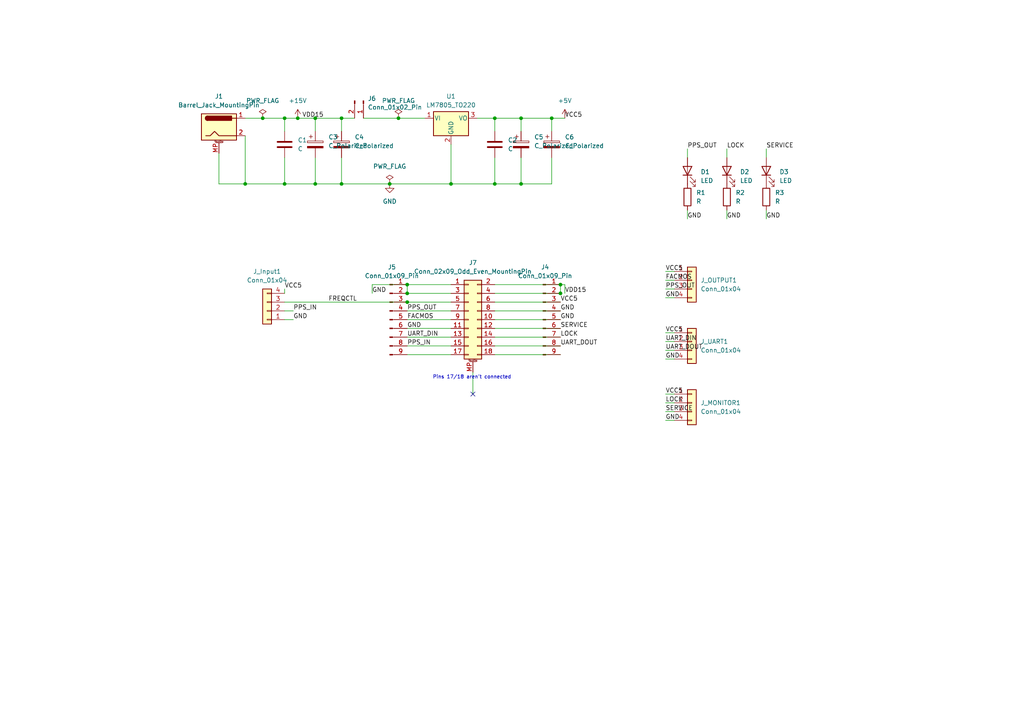
<source format=kicad_sch>
(kicad_sch (version 20231120) (generator "eeschema") (generator_version "8.0")
  (paper "A4")
  (title_block (title "SA22C Rubidium Standard power board") (date "2024-04-04") (rev "1.0") (company "AlanFromJapan - electrogeek.cc"))
  (lib_symbols
    (symbol "Connector:Barrel_Jack_MountingPin" (pin_names hide)
      (property "Reference" "J" (at 0 5.334 0))
      (property "Value" "Barrel_Jack_MountingPin" (at 1.27 -6.35 0))
      (symbol "Barrel_Jack_MountingPin_0_1"
        (rectangle (start -5.08 3.81) (end 5.08 -3.81) (stroke (width 0.254)) (fill (type background)))
        (arc (start -3.302 3.175) (mid -3.9343 2.54) (end -3.302 1.905) (stroke (width 0.254)))
        (arc (start -3.302 3.175) (mid -3.9343 2.54) (end -3.302 1.905) (stroke (width 0.254)) (fill (type outline)))
        (polyline (pts (xy 5.08 2.54) (xy 3.81 2.54)) (stroke (width 0.254)))
        (polyline (pts (xy -3.81 -2.54) (xy -2.54 -2.54) (xy -1.27 -1.27) (xy 0 -2.54) (xy 2.54 -2.54) (xy 5.08 -2.54)) (stroke (width 0.254)))
        (rectangle (start 3.683 3.175) (end -3.302 1.905) (stroke (width 0.254)) (fill (type outline)))
      )
      (symbol "Barrel_Jack_MountingPin_1_1"
        (polyline (pts (xy -1.016 -4.572) (xy 1.016 -4.572)) (stroke (width 0.1524)))
        (text "Mounting" (at 0 -4.191 0) (effects (font (size 0.381 0.381))))
        (pin passive line (at 7.62 2.54 180) (length 2.54) (name "~") (number "1"))
        (pin passive line (at 7.62 -2.54 180) (length 2.54) (name "~") (number "2"))
        (pin passive line (at 0 -7.62 90) (length 3.048) (name "MountPin") (number "MP"))
      )
    )
    (symbol "Connector:Conn_01x02_Pin" (pin_names (offset 1.016) hide)
      (property "Reference" "J" (at 0 2.54 0))
      (property "Value" "Conn_01x02_Pin" (at 0 -5.08 0))
      (symbol "Conn_01x02_Pin_1_1"
        (polyline (pts (xy 1.27 -2.54) (xy 0.8636 -2.54)) (stroke (width 0.1524)))
        (polyline (pts (xy 1.27 0) (xy 0.8636 0)) (stroke (width 0.1524)))
        (rectangle (start 0.8636 -2.413) (end 0 -2.667) (stroke (width 0.1524)) (fill (type outline)))
        (rectangle (start 0.8636 0.127) (end 0 -0.127) (stroke (width 0.1524)) (fill (type outline)))
        (pin passive line (at 5.08 0 180) (length 3.81) (name "Pin_1") (number "1"))
        (pin passive line (at 5.08 -2.54 180) (length 3.81) (name "Pin_2") (number "2"))
      )
    )
    (symbol "Connector:Conn_01x09_Pin" (pin_names (offset 1.016) hide)
      (property "Reference" "J" (at 0 12.7 0))
      (property "Value" "Conn_01x09_Pin" (at 0 -12.7 0))
      (symbol "Conn_01x09_Pin_1_1"
        (polyline (pts (xy 1.27 -10.16) (xy 0.8636 -10.16)) (stroke (width 0.1524)))
        (polyline (pts (xy 1.27 -7.62) (xy 0.8636 -7.62)) (stroke (width 0.1524)))
        (polyline (pts (xy 1.27 -5.08) (xy 0.8636 -5.08)) (stroke (width 0.1524)))
        (polyline (pts (xy 1.27 -2.54) (xy 0.8636 -2.54)) (stroke (width 0.1524)))
        (polyline (pts (xy 1.27 0) (xy 0.8636 0)) (stroke (width 0.1524)))
        (polyline (pts (xy 1.27 2.54) (xy 0.8636 2.54)) (stroke (width 0.1524)))
        (polyline (pts (xy 1.27 5.08) (xy 0.8636 5.08)) (stroke (width 0.1524)))
        (polyline (pts (xy 1.27 7.62) (xy 0.8636 7.62)) (stroke (width 0.1524)))
        (polyline (pts (xy 1.27 10.16) (xy 0.8636 10.16)) (stroke (width 0.1524)))
        (rectangle (start 0.8636 -10.033) (end 0 -10.287) (stroke (width 0.1524)) (fill (type outline)))
        (rectangle (start 0.8636 -7.493) (end 0 -7.747) (stroke (width 0.1524)) (fill (type outline)))
        (rectangle (start 0.8636 -4.953) (end 0 -5.207) (stroke (width 0.1524)) (fill (type outline)))
        (rectangle (start 0.8636 -2.413) (end 0 -2.667) (stroke (width 0.1524)) (fill (type outline)))
        (rectangle (start 0.8636 0.127) (end 0 -0.127) (stroke (width 0.1524)) (fill (type outline)))
        (rectangle (start 0.8636 2.667) (end 0 2.413) (stroke (width 0.1524)) (fill (type outline)))
        (rectangle (start 0.8636 5.207) (end 0 4.953) (stroke (width 0.1524)) (fill (type outline)))
        (rectangle (start 0.8636 7.747) (end 0 7.493) (stroke (width 0.1524)) (fill (type outline)))
        (rectangle (start 0.8636 10.287) (end 0 10.033) (stroke (width 0.1524)) (fill (type outline)))
        (pin passive line (at 5.08 10.16 180) (length 3.81) (name "Pin_1") (number "1"))
        (pin passive line (at 5.08 7.62 180) (length 3.81) (name "Pin_2") (number "2"))
        (pin passive line (at 5.08 5.08 180) (length 3.81) (name "Pin_3") (number "3"))
        (pin passive line (at 5.08 2.54 180) (length 3.81) (name "Pin_4") (number "4"))
        (pin passive line (at 5.08 0 180) (length 3.81) (name "Pin_5") (number "5"))
        (pin passive line (at 5.08 -2.54 180) (length 3.81) (name "Pin_6") (number "6"))
        (pin passive line (at 5.08 -5.08 180) (length 3.81) (name "Pin_7") (number "7"))
        (pin passive line (at 5.08 -7.62 180) (length 3.81) (name "Pin_8") (number "8"))
        (pin passive line (at 5.08 -10.16 180) (length 3.81) (name "Pin_9") (number "9"))
      )
    )
    (symbol "Connector_Generic_MountingPin:Conn_02x09_Odd_Even_MountingPin" (pin_names (offset 1.016) hide)
      (property "Reference" "J" (at 1.27 12.7 0))
      (property "Value" "Conn_02x09_Odd_Even_MountingPin" (at 2.54 -12.7 0))
      (symbol "Conn_02x09_Odd_Even_MountingPin_1_1"
        (rectangle (start -1.27 -10.033) (end 0 -10.287) (stroke (width 0.1524)))
        (rectangle (start -1.27 -7.493) (end 0 -7.747) (stroke (width 0.1524)))
        (rectangle (start -1.27 -4.953) (end 0 -5.207) (stroke (width 0.1524)))
        (rectangle (start -1.27 -2.413) (end 0 -2.667) (stroke (width 0.1524)))
        (rectangle (start -1.27 0.127) (end 0 -0.127) (stroke (width 0.1524)))
        (rectangle (start -1.27 2.667) (end 0 2.413) (stroke (width 0.1524)))
        (rectangle (start -1.27 5.207) (end 0 4.953) (stroke (width 0.1524)))
        (rectangle (start -1.27 7.747) (end 0 7.493) (stroke (width 0.1524)))
        (rectangle (start -1.27 10.287) (end 0 10.033) (stroke (width 0.1524)))
        (rectangle (start -1.27 11.43) (end 3.81 -11.43) (stroke (width 0.254)) (fill (type background)))
        (polyline (pts (xy 0.254 -12.192) (xy 2.286 -12.192)) (stroke (width 0.1524)))
        (rectangle (start 3.81 -10.033) (end 2.54 -10.287) (stroke (width 0.1524)))
        (rectangle (start 3.81 -7.493) (end 2.54 -7.747) (stroke (width 0.1524)))
        (rectangle (start 3.81 -4.953) (end 2.54 -5.207) (stroke (width 0.1524)))
        (rectangle (start 3.81 -2.413) (end 2.54 -2.667) (stroke (width 0.1524)))
        (rectangle (start 3.81 0.127) (end 2.54 -0.127) (stroke (width 0.1524)))
        (rectangle (start 3.81 2.667) (end 2.54 2.413) (stroke (width 0.1524)))
        (rectangle (start 3.81 5.207) (end 2.54 4.953) (stroke (width 0.1524)))
        (rectangle (start 3.81 7.747) (end 2.54 7.493) (stroke (width 0.1524)))
        (rectangle (start 3.81 10.287) (end 2.54 10.033) (stroke (width 0.1524)))
        (text "Mounting" (at 1.27 -11.811 0) (effects (font (size 0.381 0.381))))
        (pin passive line (at -5.08 10.16 0) (length 3.81) (name "Pin_1") (number "1"))
        (pin passive line (at 7.62 0 180) (length 3.81) (name "Pin_10") (number "10"))
        (pin passive line (at -5.08 -2.54 0) (length 3.81) (name "Pin_11") (number "11"))
        (pin passive line (at 7.62 -2.54 180) (length 3.81) (name "Pin_12") (number "12"))
        (pin passive line (at -5.08 -5.08 0) (length 3.81) (name "Pin_13") (number "13"))
        (pin passive line (at 7.62 -5.08 180) (length 3.81) (name "Pin_14") (number "14"))
        (pin passive line (at -5.08 -7.62 0) (length 3.81) (name "Pin_15") (number "15"))
        (pin passive line (at 7.62 -7.62 180) (length 3.81) (name "Pin_16") (number "16"))
        (pin passive line (at -5.08 -10.16 0) (length 3.81) (name "Pin_17") (number "17"))
        (pin passive line (at 7.62 -10.16 180) (length 3.81) (name "Pin_18") (number "18"))
        (pin passive line (at 7.62 10.16 180) (length 3.81) (name "Pin_2") (number "2"))
        (pin passive line (at -5.08 7.62 0) (length 3.81) (name "Pin_3") (number "3"))
        (pin passive line (at 7.62 7.62 180) (length 3.81) (name "Pin_4") (number "4"))
        (pin passive line (at -5.08 5.08 0) (length 3.81) (name "Pin_5") (number "5"))
        (pin passive line (at 7.62 5.08 180) (length 3.81) (name "Pin_6") (number "6"))
        (pin passive line (at -5.08 2.54 0) (length 3.81) (name "Pin_7") (number "7"))
        (pin passive line (at 7.62 2.54 180) (length 3.81) (name "Pin_8") (number "8"))
        (pin passive line (at -5.08 0 0) (length 3.81) (name "Pin_9") (number "9"))
        (pin passive line (at 1.27 -15.24 90) (length 3.048) (name "MountPin") (number "MP"))
      )
    )
    (symbol "Device:C" (pin_numbers hide) (pin_names (offset 0.254))
      (property "Reference" "C" (at 0.635 2.54 0))
      (property "Value" "C" (at 0.635 -2.54 0))
      (symbol "C_0_1"
        (polyline (pts (xy -2.032 -0.762) (xy 2.032 -0.762)) (stroke (width 0.508)))
        (polyline (pts (xy -2.032 0.762) (xy 2.032 0.762)) (stroke (width 0.508)))
      )
      (symbol "C_1_1"
        (pin passive line (at 0 3.81 270) (length 2.794) (name "~") (number "1"))
        (pin passive line (at 0 -3.81 90) (length 2.794) (name "~") (number "2"))
      )
    )
    (symbol "Device:C_Polarized" (pin_numbers hide) (pin_names (offset 0.254))
      (property "Reference" "C" (at 0.635 2.54 0))
      (property "Value" "C_Polarized" (at 0.635 -2.54 0))
      (symbol "C_Polarized_0_1"
        (rectangle (start -2.286 0.508) (end 2.286 1.016))
        (polyline (pts (xy -1.778 2.286) (xy -0.762 2.286)))
        (polyline (pts (xy -1.27 2.794) (xy -1.27 1.778)))
        (rectangle (start 2.286 -0.508) (end -2.286 -1.016) (fill (type outline)))
      )
      (symbol "C_Polarized_1_1"
        (pin passive line (at 0 3.81 270) (length 2.794) (name "~") (number "1"))
        (pin passive line (at 0 -3.81 90) (length 2.794) (name "~") (number "2"))
      )
    )
    (symbol "Device:LED" (pin_numbers hide) (pin_names (offset 1.016) hide)
      (property "Reference" "D" (at 0 2.54 0))
      (property "Value" "LED" (at 0 -2.54 0))
      (symbol "LED_0_1"
        (polyline (pts (xy -1.27 -1.27) (xy -1.27 1.27)) (stroke (width 0.254)))
        (polyline (pts (xy -1.27 0) (xy 1.27 0)))
        (polyline (pts (xy 1.27 -1.27) (xy 1.27 1.27) (xy -1.27 0) (xy 1.27 -1.27)) (stroke (width 0.254)))
        (polyline (pts (xy -3.048 -0.762) (xy -4.572 -2.286) (xy -3.81 -2.286) (xy -4.572 -2.286) (xy -4.572 -1.524)))
        (polyline (pts (xy -1.778 -0.762) (xy -3.302 -2.286) (xy -2.54 -2.286) (xy -3.302 -2.286) (xy -3.302 -1.524)))
      )
      (symbol "LED_1_1"
        (pin passive line (at -3.81 0 0) (length 2.54) (name "K") (number "1"))
        (pin passive line (at 3.81 0 180) (length 2.54) (name "A") (number "2"))
      )
    )
    (symbol "Device:R" (pin_numbers hide) (pin_names (offset 0))
      (property "Reference" "R" (at 2.032 0 90))
      (property "Value" "R" (at 0 0 90))
      (symbol "R_0_1"
        (rectangle (start -1.016 -2.54) (end 1.016 2.54) (stroke (width 0.254)))
      )
      (symbol "R_1_1"
        (pin passive line (at 0 3.81 270) (length 1.27) (name "~") (number "1"))
        (pin passive line (at 0 -3.81 90) (length 1.27) (name "~") (number "2"))
      )
    )
    (symbol "Regulator_Linear:LM7805_TO220" (pin_names (offset 0.254))
      (property "Reference" "U" (at -3.81 3.175 0))
      (property "Value" "LM7805_TO220" (at 0 3.175 0))
      (symbol "LM7805_TO220_0_1"
        (rectangle (start -5.08 1.905) (end 5.08 -5.08) (stroke (width 0.254)) (fill (type background)))
      )
      (symbol "LM7805_TO220_1_1"
        (pin power_in line (at -7.62 0 0) (length 2.54) (name "VI") (number "1"))
        (pin power_in line (at 0 -7.62 90) (length 2.54) (name "GND") (number "2"))
        (pin power_out line (at 7.62 0 180) (length 2.54) (name "VO") (number "3"))
      )
    )
    (symbol "Sparkfun conn:Conn_01x04" (pin_names (offset 1.016) hide)
      (property "Reference" "J" (at 0 5.08 0))
      (property "Value" "Conn_01x04" (at 0 -7.62 0))
      (symbol "Conn_01x04_1_1"
        (rectangle (start -1.27 -4.953) (end 0 -5.207) (stroke (width 0.1524)))
        (rectangle (start -1.27 -2.413) (end 0 -2.667) (stroke (width 0.1524)))
        (rectangle (start -1.27 0.127) (end 0 -0.127) (stroke (width 0.1524)))
        (rectangle (start -1.27 2.667) (end 0 2.413) (stroke (width 0.1524)))
        (rectangle (start -1.27 3.81) (end 1.27 -6.35) (stroke (width 0.254)) (fill (type background)))
        (pin passive line (at -5.08 2.54 0) (length 3.81) (name "Pin_1") (number "1"))
        (pin passive line (at -5.08 0 0) (length 3.81) (name "Pin_2") (number "2"))
        (pin passive line (at -5.08 -2.54 0) (length 3.81) (name "Pin_3") (number "3"))
        (pin passive line (at -5.08 -5.08 0) (length 3.81) (name "Pin_4") (number "4"))
      )
    )
    (symbol "power:+15V" (power) (pin_numbers hide) (pin_names (offset 0) hide)
      (property "Value" "+15V" (at 0 3.556 0))
      (symbol "+15V_0_1"
        (polyline (pts (xy -0.762 1.27) (xy 0 2.54)))
        (polyline (pts (xy 0 0) (xy 0 2.54)))
        (polyline (pts (xy 0 2.54) (xy 0.762 1.27)))
      )
      (symbol "+15V_1_1"
        (pin power_in line (at 0 0 90) (length 0) (name "~") (number "1"))
      )
    )
    (symbol "power:+5V" (power) (pin_numbers hide) (pin_names (offset 0) hide)
      (property "Value" "+5V" (at 0 3.556 0))
      (symbol "+5V_0_1"
        (polyline (pts (xy -0.762 1.27) (xy 0 2.54)))
        (polyline (pts (xy 0 0) (xy 0 2.54)))
        (polyline (pts (xy 0 2.54) (xy 0.762 1.27)))
      )
      (symbol "+5V_1_1"
        (pin power_in line (at 0 0 90) (length 0) (name "~") (number "1"))
      )
    )
    (symbol "power:GND" (power) (pin_numbers hide) (pin_names (offset 0) hide)
      (property "Value" "GND" (at 0 -3.81 0))
      (symbol "GND_0_1"
        (polyline (pts (xy 0 0) (xy 0 -1.27) (xy 1.27 -1.27) (xy 0 -2.54) (xy -1.27 -1.27) (xy 0 -1.27)))
      )
      (symbol "GND_1_1"
        (pin power_in line (at 0 0 270) (length 0) (name "~") (number "1"))
      )
    )
    (symbol "power:PWR_FLAG" (power) (pin_numbers hide) (pin_names (offset 0) hide)
      (property "Value" "PWR_FLAG" (at 0 3.81 0))
      (symbol "PWR_FLAG_0_0"
        (pin power_out line (at 0 0 90) (length 0) (name "~") (number "1"))
      )
      (symbol "PWR_FLAG_0_1"
        (polyline (pts (xy 0 0) (xy 0 1.27) (xy -1.016 1.905) (xy 0 2.54) (xy 1.016 1.905) (xy 0 1.27)))
      )
    )
  )
  (junction (at 113.03 53.34))
  (junction (at 82.55 34.29))
  (junction (at 86.36 34.29))
  (junction (at 118.11 85.09))
  (junction (at 162.56 82.55))
  (junction (at 115.57 34.29))
  (junction (at 151.13 53.34))
  (junction (at 91.44 34.29))
  (junction (at 160.02 34.29))
  (junction (at 118.11 87.63))
  (junction (at 82.55 53.34))
  (junction (at 151.13 34.29))
  (junction (at 99.06 53.34))
  (junction (at 143.51 53.34))
  (junction (at 71.12 53.34))
  (junction (at 130.81 53.34))
  (junction (at 162.56 85.09))
  (junction (at 76.2 34.29))
  (junction (at 99.06 34.29))
  (junction (at 91.44 53.34))
  (junction (at 143.51 34.29))
  (junction (at 118.11 82.55))
  (no_connect (at 137.16 114.3))
  (wire (pts (xy 118.11 82.55) (xy 130.81 82.55)))
  (wire (pts (xy 118.11 100.33) (xy 130.81 100.33)))
  (wire (pts (xy 107.95 82.55) (xy 118.11 82.55)))
  (wire (pts (xy 193.04 86.36) (xy 195.58 86.36)))
  (wire (pts (xy 193.04 116.84) (xy 195.58 116.84)))
  (wire (pts (xy 138.43 34.29) (xy 143.51 34.29)))
  (wire (pts (xy 118.11 95.25) (xy 130.81 95.25)))
  (wire (pts (xy 143.51 82.55) (xy 162.56 82.55)))
  (wire (pts (xy 143.51 90.17) (xy 162.56 90.17)))
  (wire (pts (xy 91.44 53.34) (xy 99.06 53.34)))
  (wire (pts (xy 143.51 45.72) (xy 143.51 53.34)))
  (wire (pts (xy 118.11 97.79) (xy 130.81 97.79)))
  (wire (pts (xy 118.11 87.63) (xy 130.81 87.63)))
  (wire (pts (xy 160.02 45.72) (xy 160.02 53.34)))
  (wire (pts (xy 137.16 107.95) (xy 137.16 114.3)))
  (wire (pts (xy 163.83 85.09) (xy 163.83 82.55)))
  (wire (pts (xy 151.13 45.72) (xy 151.13 53.34)))
  (wire (pts (xy 71.12 34.29) (xy 76.2 34.29)))
  (wire (pts (xy 222.25 43.18) (xy 222.25 45.72)))
  (wire (pts (xy 118.11 102.87) (xy 130.81 102.87)))
  (wire (pts (xy 193.04 99.06) (xy 195.58 99.06)))
  (wire (pts (xy 76.2 34.29) (xy 82.55 34.29)))
  (wire (pts (xy 199.39 60.96) (xy 199.39 63.5)))
  (wire (pts (xy 151.13 34.29) (xy 160.02 34.29)))
  (wire (pts (xy 193.04 114.3) (xy 195.58 114.3)))
  (wire (pts (xy 199.39 43.18) (xy 199.39 45.72)))
  (wire (pts (xy 107.95 85.09) (xy 107.95 82.55)))
  (wire (pts (xy 130.81 53.34) (xy 130.81 41.91)))
  (wire (pts (xy 113.03 53.34) (xy 130.81 53.34)))
  (wire (pts (xy 162.56 82.55) (xy 162.56 85.09)))
  (wire (pts (xy 143.51 102.87) (xy 162.56 102.87)))
  (wire (pts (xy 193.04 104.14) (xy 195.58 104.14)))
  (wire (pts (xy 82.55 92.71) (xy 85.09 92.71)))
  (wire (pts (xy 193.04 83.82) (xy 195.58 83.82)))
  (wire (pts (xy 143.51 97.79) (xy 162.56 97.79)))
  (wire (pts (xy 118.11 92.71) (xy 130.81 92.71)))
  (wire (pts (xy 91.44 34.29) (xy 99.06 34.29)))
  (wire (pts (xy 193.04 81.28) (xy 195.58 81.28)))
  (wire (pts (xy 91.44 45.72) (xy 91.44 53.34)))
  (wire (pts (xy 143.51 95.25) (xy 162.56 95.25)))
  (wire (pts (xy 105.41 34.29) (xy 115.57 34.29)))
  (wire (pts (xy 71.12 53.34) (xy 82.55 53.34)))
  (wire (pts (xy 71.12 39.37) (xy 71.12 53.34)))
  (wire (pts (xy 82.55 34.29) (xy 82.55 38.1)))
  (wire (pts (xy 99.06 53.34) (xy 113.03 53.34)))
  (wire (pts (xy 63.5 53.34) (xy 71.12 53.34)))
  (wire (pts (xy 193.04 101.6) (xy 195.58 101.6)))
  (wire (pts (xy 210.82 43.18) (xy 210.82 45.72)))
  (wire (pts (xy 118.11 82.55) (xy 118.11 85.09)))
  (wire (pts (xy 82.55 34.29) (xy 86.36 34.29)))
  (wire (pts (xy 210.82 60.96) (xy 210.82 63.5)))
  (wire (pts (xy 99.06 45.72) (xy 99.06 53.34)))
  (wire (pts (xy 63.5 44.45) (xy 63.5 53.34)))
  (wire (pts (xy 91.44 34.29) (xy 91.44 38.1)))
  (wire (pts (xy 193.04 96.52) (xy 195.58 96.52)))
  (wire (pts (xy 143.51 87.63) (xy 162.56 87.63)))
  (wire (pts (xy 82.55 90.17) (xy 85.09 90.17)))
  (wire (pts (xy 193.04 78.74) (xy 195.58 78.74)))
  (wire (pts (xy 160.02 34.29) (xy 163.83 34.29)))
  (wire (pts (xy 160.02 34.29) (xy 160.02 38.1)))
  (wire (pts (xy 143.51 85.09) (xy 162.56 85.09)))
  (wire (pts (xy 143.51 100.33) (xy 162.56 100.33)))
  (wire (pts (xy 118.11 90.17) (xy 130.81 90.17)))
  (wire (pts (xy 115.57 34.29) (xy 123.19 34.29)))
  (wire (pts (xy 143.51 34.29) (xy 151.13 34.29)))
  (wire (pts (xy 99.06 34.29) (xy 102.87 34.29)))
  (wire (pts (xy 222.25 60.96) (xy 222.25 63.5)))
  (wire (pts (xy 99.06 34.29) (xy 99.06 38.1)))
  (wire (pts (xy 163.83 82.55) (xy 162.56 82.55)))
  (wire (pts (xy 86.36 34.29) (xy 91.44 34.29)))
  (wire (pts (xy 151.13 53.34) (xy 160.02 53.34)))
  (wire (pts (xy 143.51 34.29) (xy 143.51 38.1)))
  (wire (pts (xy 193.04 121.92) (xy 195.58 121.92)))
  (wire (pts (xy 82.55 53.34) (xy 91.44 53.34)))
  (wire (pts (xy 143.51 53.34) (xy 151.13 53.34)))
  (wire (pts (xy 143.51 92.71) (xy 162.56 92.71)))
  (wire (pts (xy 193.04 119.38) (xy 195.58 119.38)))
  (wire (pts (xy 82.55 45.72) (xy 82.55 53.34)))
  (wire (pts (xy 118.11 85.09) (xy 130.81 85.09)))
  (wire (pts (xy 82.55 83.82) (xy 82.55 85.09)))
  (wire (pts (xy 82.55 87.63) (xy 118.11 87.63)))
  (wire (pts (xy 151.13 34.29) (xy 151.13 38.1)))
  (wire (pts (xy 130.81 53.34) (xy 143.51 53.34)))
  (text "Pins 17/18 aren't connected" (at 136.906 109.474 0) (effects (font (size 1.016 1.016))))
  (label "PPS_OUT" (at 118.11 90.17 0))
  (label "VCC5" (at 193.04 114.3 0))
  (label "GND" (at 199.39 63.5 0))
  (label "UART_DOUT" (at 162.56 100.33 0))
  (label "GND" (at 107.95 85.09 0))
  (label "SERVICE" (at 222.25 43.18 0))
  (label "GND" (at 118.11 95.25 0))
  (label "GND" (at 193.04 104.14 0))
  (label "GND" (at 222.25 63.5 0))
  (label "GND" (at 162.56 92.71 0))
  (label "VCC5" (at 82.55 83.82 0))
  (label "FREQCTL" (at 95.25 87.63 0))
  (label "VCC5" (at 163.83 34.29 0))
  (label "FACMOS" (at 118.11 92.71 0))
  (label "SERVICE" (at 193.04 119.38 0))
  (label "PPS_IN" (at 85.09 90.17 0))
  (label "PPS_OUT" (at 199.39 43.18 0))
  (label "GND" (at 193.04 86.36 0))
  (label "VCC5" (at 193.04 96.52 0))
  (label "GND" (at 210.82 63.5 0))
  (label "UART_DOUT" (at 193.04 101.6 0))
  (label "VDD15" (at 87.63 34.29 0))
  (label "PPS_IN" (at 118.11 100.33 0))
  (label "LOCK" (at 210.82 43.18 0))
  (label "GND" (at 85.09 92.71 0))
  (label "VCC5" (at 193.04 78.74 0))
  (label "VDD15" (at 163.83 85.09 0))
  (label "GND" (at 193.04 121.92 0))
  (label "LOCK" (at 193.04 116.84 0))
  (label "FACMOS" (at 193.04 81.28 0))
  (label "UART_DIN" (at 118.11 97.79 0))
  (label "GND" (at 162.56 90.17 0))
  (label "UART_DIN" (at 193.04 99.06 0))
  (label "VCC5" (at 162.56 87.63 0))
  (label "PPS_OUT" (at 193.04 83.82 0))
  (label "LOCK" (at 162.56 97.79 0))
  (label "SERVICE" (at 162.56 95.25 0))
  (symbol (lib_id "Connector_Generic_MountingPin:Conn_02x09_Odd_Even_MountingPin") (at 135.89 92.71 0) (unit 1)
    (property "Reference" "J7" (at 137.16 76.2 0))
    (property "Value" "Conn_02x09_Odd_Even_MountingPin" (at 137.16 78.74 0))
    (property "Footprint" "Connector_PinHeader_2.54mm:PinHeader_2x09_P2.54mm_Vertical" (effects (hide yes)))
    (property "Description" "Generic connectable mounting pin connector, double row, 02x09, odd/even pin numbering scheme (row 1 odd numbers, row 2 even numbers), script generated (kicad-library-utils/schlib/autogen/connector/)" (effects (hide yes)))
  )
  (symbol (lib_id "Sparkfun conn:Conn_01x04") (at 200.66 81.28 0) (unit 1)
    (property "Reference" "J_OUTPUT1" (at 203.2 81.2799 0) (effects (justify left)))
    (property "Value" "Conn_01x04" (at 203.2 83.8199 0) (effects (justify left)))
    (property "Footprint" "Connector_PinHeader_2.54mm:PinHeader_1x04_P2.54mm_Vertical" (effects (hide yes)))
    (property "Description" "Generic connector, single row, 01x04, script generated (kicad-library-utils/schlib/autogen/connector/)" (effects (hide yes)))
  )
  (symbol (lib_id "Sparkfun conn:Conn_01x04") (at 200.66 99.06 0) (unit 1)
    (property "Reference" "J_UART1" (at 203.2 99.0599 0) (effects (justify left)))
    (property "Value" "Conn_01x04" (at 203.2 101.5999 0) (effects (justify left)))
    (property "Footprint" "Connector_PinHeader_2.54mm:PinHeader_1x04_P2.54mm_Vertical" (effects (hide yes)))
    (property "Description" "Generic connector, single row, 01x04, script generated (kicad-library-utils/schlib/autogen/connector/)" (effects (hide yes)))
  )
  (symbol (lib_id "power:GND") (at 113.03 53.34 0) (unit 1)
    (property "Reference" "#PWR03" (effects (hide yes)))
    (property "Value" "GND" (at 113.03 58.42 0))
    (property "Description" "Power symbol creates a global label with name \"GND\" , ground" (effects (hide yes)))
  )
  (symbol (lib_id "power:+5V") (at 163.83 34.29 0) (unit 1)
    (property "Reference" "#PWR01" (effects (hide yes)))
    (property "Value" "+5V" (at 163.83 29.21 0))
    (property "Description" "Power symbol creates a global label with name \"+5V\"" (effects (hide yes)))
  )
  (symbol (lib_id "Device:C") (at 143.51 41.91 0) (unit 1)
    (property "Reference" "C2" (at 147.32 40.6399 0) (effects (justify left)))
    (property "Value" "C" (at 147.32 43.1799 0) (effects (justify left)))
    (property "Footprint" "Capacitor_THT:C_Disc_D5.0mm_W2.5mm_P2.50mm" (effects (hide yes)))
    (property "Description" "Unpolarized capacitor" (effects (hide yes)))
  )
  (symbol (lib_id "Connector:Conn_01x09_Pin") (at 113.03 92.71 0) (unit 1)
    (property "Reference" "J5" (at 113.665 77.47 0))
    (property "Value" "Conn_01x09_Pin" (at 113.665 80.01 0))
    (property "Footprint" "Connector_PinHeader_2.54mm:PinHeader_1x09_P2.54mm_Vertical" (effects (hide yes)))
    (property "Description" "Generic connector, single row, 01x09, script generated" (effects (hide yes)))
  )
  (symbol (lib_id "Device:R") (at 199.39 57.15 0) (unit 1)
    (property "Reference" "R1" (at 201.93 55.8799 0) (effects (justify left)))
    (property "Value" "R" (at 201.93 58.4199 0) (effects (justify left)))
    (property "Footprint" "Resistor_SMD:R_1206_3216Metric_Pad1.30x1.75mm_HandSolder" (effects (hide yes)))
    (property "Description" "Resistor" (effects (hide yes)))
  )
  (symbol (lib_id "Connector:Conn_01x02_Pin") (at 105.41 29.21 270) (unit 1)
    (property "Reference" "J6" (at 106.68 28.5749 90) (effects (justify left)))
    (property "Value" "Conn_01x02_Pin" (at 106.68 31.1149 90) (effects (justify left)))
    (property "Footprint" "Connector_PinHeader_2.54mm:PinHeader_1x02_P2.54mm_Vertical" (effects (hide yes)))
    (property "Description" "Generic connector, single row, 01x02, script generated" (effects (hide yes)))
  )
  (symbol (lib_id "Device:R") (at 222.25 57.15 0) (unit 1)
    (property "Reference" "R3" (at 224.79 55.8799 0) (effects (justify left)))
    (property "Value" "R" (at 224.79 58.4199 0) (effects (justify left)))
    (property "Footprint" "Resistor_SMD:R_1206_3216Metric_Pad1.30x1.75mm_HandSolder" (effects (hide yes)))
    (property "Description" "Resistor" (effects (hide yes)))
  )
  (symbol (lib_id "Sparkfun conn:Conn_01x04") (at 200.66 116.84 0) (unit 1)
    (property "Reference" "J_MONITOR1" (at 203.2 116.8399 0) (effects (justify left)))
    (property "Value" "Conn_01x04" (at 203.2 119.3799 0) (effects (justify left)))
    (property "Footprint" "Connector_PinHeader_2.54mm:PinHeader_1x04_P2.54mm_Vertical" (effects (hide yes)))
    (property "Description" "Generic connector, single row, 01x04, script generated (kicad-library-utils/schlib/autogen/connector/)" (effects (hide yes)))
  )
  (symbol (lib_id "Connector:Barrel_Jack_MountingPin") (at 63.5 36.83 0) (unit 1)
    (property "Reference" "J1" (at 63.5 27.94 0))
    (property "Value" "Barrel_Jack_MountingPin" (at 63.5 30.48 0))
    (property "Footprint" "Connector_BarrelJack:BarrelJack_Horizontal" (effects (hide yes)))
    (property "Description" "DC Barrel Jack with a mounting pin" (effects (hide yes)))
  )
  (symbol (lib_id "Device:LED") (at 222.25 49.53 90) (unit 1)
    (property "Reference" "D3" (at 226.06 49.8474 90) (effects (justify right)))
    (property "Value" "LED" (at 226.06 52.3874 90) (effects (justify right)))
    (property "Footprint" "LED_THT:LED_D3.0mm" (effects (hide yes)))
    (property "Description" "Light emitting diode" (effects (hide yes)))
  )
  (symbol (lib_id "power:PWR_FLAG") (at 76.2 34.29 0) (unit 1)
    (property "Reference" "#FLG01" (effects (hide yes)))
    (property "Value" "PWR_FLAG" (at 76.2 29.21 0))
    (property "Description" "Special symbol for telling ERC where power comes from" (effects (hide yes)))
  )
  (symbol (lib_id "Device:C") (at 82.55 41.91 0) (unit 1)
    (property "Reference" "C1" (at 86.36 40.6399 0) (effects (justify left)))
    (property "Value" "C" (at 86.36 43.1799 0) (effects (justify left)))
    (property "Footprint" "Capacitor_THT:C_Disc_D5.0mm_W2.5mm_P2.50mm" (effects (hide yes)))
    (property "Description" "Unpolarized capacitor" (effects (hide yes)))
  )
  (symbol (lib_id "power:PWR_FLAG") (at 115.57 34.29 0) (unit 1)
    (property "Reference" "#FLG04" (effects (hide yes)))
    (property "Value" "PWR_FLAG" (at 115.57 29.21 0))
    (property "Description" "Special symbol for telling ERC where power comes from" (effects (hide yes)))
  )
  (symbol (lib_id "Device:C_Polarized") (at 160.02 41.91 0) (unit 1)
    (property "Reference" "C6" (at 163.83 39.7509 0) (effects (justify left)))
    (property "Value" "C_Polarized" (at 163.83 42.2909 0) (effects (justify left)))
    (property "Footprint" "Capacitor_SMD:CP_Elec_10x10" (effects (hide yes)))
    (property "Description" "Polarized capacitor" (effects (hide yes)))
  )
  (symbol (lib_id "Device:LED") (at 199.39 49.53 90) (unit 1)
    (property "Reference" "D1" (at 203.2 49.8474 90) (effects (justify right)))
    (property "Value" "LED" (at 203.2 52.3874 90) (effects (justify right)))
    (property "Footprint" "LED_THT:LED_D3.0mm" (effects (hide yes)))
    (property "Description" "Light emitting diode" (effects (hide yes)))
  )
  (symbol (lib_id "power:PWR_FLAG") (at 113.03 53.34 0) (unit 1)
    (property "Reference" "#FLG02" (effects (hide yes)))
    (property "Value" "PWR_FLAG" (at 113.03 48.26 0))
    (property "Description" "Special symbol for telling ERC where power comes from" (effects (hide yes)))
  )
  (symbol (lib_id "Device:C_Polarized") (at 91.44 41.91 0) (unit 1)
    (property "Reference" "C3" (at 95.25 39.7509 0) (effects (justify left)))
    (property "Value" "C_Polarized" (at 95.25 42.2909 0) (effects (justify left)))
    (property "Footprint" "Capacitor_THT:C_Radial_D5.0mm_H11.0mm_P2.00mm" (effects (hide yes)))
    (property "Description" "Polarized capacitor" (effects (hide yes)))
  )
  (symbol (lib_id "Regulator_Linear:LM7805_TO220") (at 130.81 34.29 0) (unit 1)
    (property "Reference" "U1" (at 130.81 27.94 0))
    (property "Value" "LM7805_TO220" (at 130.81 30.48 0))
    (property "Footprint" "Package_TO_SOT_THT:TO-220-3_Vertical" (effects (hide yes)))
    (property "Datasheet" "https://www.onsemi.cn/PowerSolutions/document/MC7800-D.PDF" (effects (hide yes)))
    (property "Description" "Positive 1A 35V Linear Regulator, Fixed Output 5V, TO-220" (effects (hide yes)))
  )
  (symbol (lib_id "Device:LED") (at 210.82 49.53 90) (unit 1)
    (property "Reference" "D2" (at 214.63 49.8474 90) (effects (justify right)))
    (property "Value" "LED" (at 214.63 52.3874 90) (effects (justify right)))
    (property "Footprint" "LED_THT:LED_D3.0mm" (effects (hide yes)))
    (property "Description" "Light emitting diode" (effects (hide yes)))
  )
  (symbol (lib_id "Connector:Conn_01x09_Pin") (at 157.48 92.71 0) (unit 1)
    (property "Reference" "J4" (at 158.115 77.47 0))
    (property "Value" "Conn_01x09_Pin" (at 158.115 80.01 0))
    (property "Footprint" "Connector_PinHeader_2.54mm:PinHeader_1x09_P2.54mm_Vertical" (effects (hide yes)))
    (property "Description" "Generic connector, single row, 01x09, script generated" (effects (hide yes)))
  )
  (symbol (lib_id "Device:C_Polarized") (at 151.13 41.91 0) (unit 1)
    (property "Reference" "C5" (at 154.94 39.7509 0) (effects (justify left)))
    (property "Value" "C_Polarized" (at 154.94 42.2909 0) (effects (justify left)))
    (property "Footprint" "Capacitor_SMD:CP_Elec_10x10" (effects (hide yes)))
    (property "Description" "Polarized capacitor" (effects (hide yes)))
  )
  (symbol (lib_id "Device:C_Polarized") (at 99.06 41.91 0) (unit 1)
    (property "Reference" "C4" (at 102.87 39.7509 0) (effects (justify left)))
    (property "Value" "C_Polarized" (at 102.87 42.2909 0) (effects (justify left)))
    (property "Footprint" "Capacitor_THT:C_Radial_D5.0mm_H11.0mm_P2.00mm" (effects (hide yes)))
    (property "Description" "Polarized capacitor" (effects (hide yes)))
  )
  (symbol (lib_id "Device:R") (at 210.82 57.15 0) (unit 1)
    (property "Reference" "R2" (at 213.36 55.8799 0) (effects (justify left)))
    (property "Value" "R" (at 213.36 58.4199 0) (effects (justify left)))
    (property "Footprint" "Resistor_SMD:R_1206_3216Metric_Pad1.30x1.75mm_HandSolder" (effects (hide yes)))
    (property "Description" "Resistor" (effects (hide yes)))
  )
  (symbol (lib_id "power:+15V") (at 86.36 34.29 0) (unit 1)
    (property "Reference" "#PWR02" (effects (hide yes)))
    (property "Value" "+15V" (at 86.36 29.21 0))
    (property "Description" "Power symbol creates a global label with name \"+15V\"" (effects (hide yes)))
  )
  (symbol (lib_id "Sparkfun conn:Conn_01x04") (at 77.47 90.17 180) (unit 1)
    (property "Reference" "J_Input1" (at 77.47 78.74 0))
    (property "Value" "Conn_01x04" (at 77.47 81.28 0))
    (property "Footprint" "Connector_PinHeader_2.54mm:PinHeader_1x04_P2.54mm_Vertical" (effects (hide yes)))
    (property "Description" "Generic connector, single row, 01x04, script generated (kicad-library-utils/schlib/autogen/connector/)" (effects (hide yes)))
  )
)
</source>
